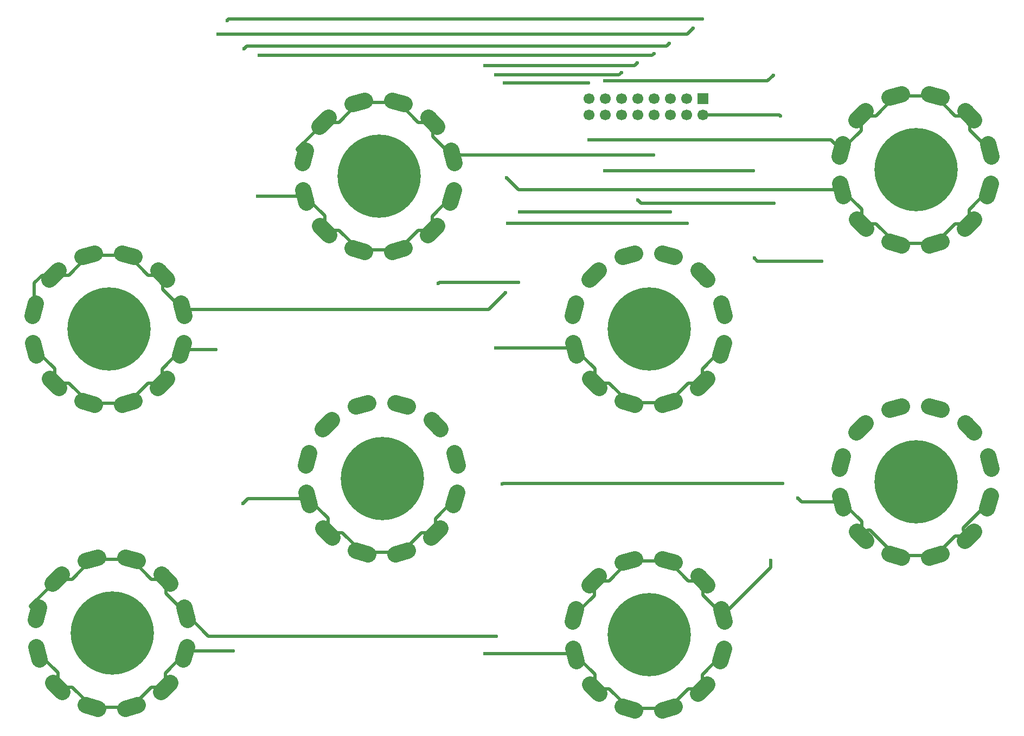
<source format=gbr>
G04 #@! TF.FileFunction,Copper,L1,Top,Signal*
%FSLAX46Y46*%
G04 Gerber Fmt 4.6, Leading zero omitted, Abs format (unit mm)*
G04 Created by KiCad (PCBNEW 4.0.7) date Monday, October 14, 2019 'PMt' 08:24:28 PM*
%MOMM*%
%LPD*%
G01*
G04 APERTURE LIST*
%ADD10C,0.100000*%
%ADD11R,1.700000X1.700000*%
%ADD12C,1.700000*%
%ADD13C,2.540000*%
%ADD14C,13.000000*%
%ADD15C,0.600000*%
%ADD16C,0.508000*%
G04 APERTURE END LIST*
D10*
D11*
X156670000Y-73235000D03*
D12*
X156670000Y-75775000D03*
X154130000Y-73235000D03*
X154130000Y-75775000D03*
X151590000Y-73235000D03*
X151590000Y-75775000D03*
X149050000Y-73235000D03*
X149050000Y-75775000D03*
X146510000Y-73235000D03*
X146510000Y-75775000D03*
X143970000Y-73235000D03*
X143970000Y-75775000D03*
X141430000Y-73235000D03*
X141430000Y-75775000D03*
X138890000Y-73235000D03*
X138890000Y-75775000D03*
D13*
X53199441Y-160852104D02*
X52673521Y-158889342D01*
X76261886Y-154672540D02*
X75735966Y-152709778D01*
D14*
X64516000Y-156718000D03*
D13*
X56725580Y-165918388D02*
X55288740Y-164481548D01*
X73608461Y-149035506D02*
X72171621Y-147598666D01*
X68465718Y-168020725D02*
X66502956Y-168546645D01*
X62286154Y-144958281D02*
X60323392Y-145484201D01*
X62315117Y-168541309D02*
X60352355Y-168015389D01*
X68494680Y-145478864D02*
X66531918Y-144952944D01*
X76153794Y-158897759D02*
X75627874Y-160860521D01*
X53091350Y-152718196D02*
X52565430Y-154680958D01*
X73529333Y-164484628D02*
X72092493Y-165921468D01*
X56646451Y-147601747D02*
X55209611Y-149038587D01*
X52691441Y-113354104D02*
X52165521Y-111391342D01*
X75753886Y-107174540D02*
X75227966Y-105211778D01*
D14*
X64008000Y-109220000D03*
D13*
X56217580Y-118420388D02*
X54780740Y-116983548D01*
X73100461Y-101537506D02*
X71663621Y-100100666D01*
X67957718Y-120522725D02*
X65994956Y-121048645D01*
X61778154Y-97460281D02*
X59815392Y-97986201D01*
X61807117Y-121043309D02*
X59844355Y-120517389D01*
X67986680Y-97980864D02*
X66023918Y-97454944D01*
X75645794Y-111399759D02*
X75119874Y-113362521D01*
X52583350Y-105220196D02*
X52057430Y-107182958D01*
X73021333Y-116986628D02*
X71584493Y-118423468D01*
X56138451Y-100103747D02*
X54701611Y-101540587D01*
X95363441Y-136722104D02*
X94837521Y-134759342D01*
X118425886Y-130542540D02*
X117899966Y-128579778D01*
D14*
X106680000Y-132588000D03*
D13*
X98889580Y-141788388D02*
X97452740Y-140351548D01*
X115772461Y-124905506D02*
X114335621Y-123468666D01*
X110629718Y-143890725D02*
X108666956Y-144416645D01*
X104450154Y-120828281D02*
X102487392Y-121354201D01*
X104479117Y-144411309D02*
X102516355Y-143885389D01*
X110658680Y-121348864D02*
X108695918Y-120822944D01*
X118317794Y-134767759D02*
X117791874Y-136730521D01*
X95255350Y-128588196D02*
X94729430Y-130550958D01*
X115693333Y-140354628D02*
X114256493Y-141791468D01*
X98810451Y-123471747D02*
X97373611Y-124908587D01*
X94855441Y-89478104D02*
X94329521Y-87515342D01*
X117917886Y-83298540D02*
X117391966Y-81335778D01*
D14*
X106172000Y-85344000D03*
D13*
X98381580Y-94544388D02*
X96944740Y-93107548D01*
X115264461Y-77661506D02*
X113827621Y-76224666D01*
X110121718Y-96646725D02*
X108158956Y-97172645D01*
X103942154Y-73584281D02*
X101979392Y-74110201D01*
X103971117Y-97167309D02*
X102008355Y-96641389D01*
X110150680Y-74104864D02*
X108187918Y-73578944D01*
X117809794Y-87523759D02*
X117283874Y-89486521D01*
X94747350Y-81344196D02*
X94221430Y-83306958D01*
X115185333Y-93110628D02*
X113748493Y-94547468D01*
X98302451Y-76227747D02*
X96865611Y-77664587D01*
X137019441Y-161106104D02*
X136493521Y-159143342D01*
X160081886Y-154926540D02*
X159555966Y-152963778D01*
D14*
X148336000Y-156972000D03*
D13*
X140545580Y-166172388D02*
X139108740Y-164735548D01*
X157428461Y-149289506D02*
X155991621Y-147852666D01*
X152285718Y-168274725D02*
X150322956Y-168800645D01*
X146106154Y-145212281D02*
X144143392Y-145738201D01*
X146135117Y-168795309D02*
X144172355Y-168269389D01*
X152314680Y-145732864D02*
X150351918Y-145206944D01*
X159973794Y-159151759D02*
X159447874Y-161114521D01*
X136911350Y-152972196D02*
X136385430Y-154934958D01*
X157349333Y-164738628D02*
X155912493Y-166175468D01*
X140466451Y-147855747D02*
X139029611Y-149292587D01*
X137019441Y-113354104D02*
X136493521Y-111391342D01*
X160081886Y-107174540D02*
X159555966Y-105211778D01*
D14*
X148336000Y-109220000D03*
D13*
X140545580Y-118420388D02*
X139108740Y-116983548D01*
X157428461Y-101537506D02*
X155991621Y-100100666D01*
X152285718Y-120522725D02*
X150322956Y-121048645D01*
X146106154Y-97460281D02*
X144143392Y-97986201D01*
X146135117Y-121043309D02*
X144172355Y-120517389D01*
X152314680Y-97980864D02*
X150351918Y-97454944D01*
X159973794Y-111399759D02*
X159447874Y-113362521D01*
X136911350Y-105220196D02*
X136385430Y-107182958D01*
X157349333Y-116986628D02*
X155912493Y-118423468D01*
X140466451Y-100103747D02*
X139029611Y-101540587D01*
X178675441Y-137230104D02*
X178149521Y-135267342D01*
X201737886Y-131050540D02*
X201211966Y-129087778D01*
D14*
X189992000Y-133096000D03*
D13*
X182201580Y-142296388D02*
X180764740Y-140859548D01*
X199084461Y-125413506D02*
X197647621Y-123976666D01*
X193941718Y-144398725D02*
X191978956Y-144924645D01*
X187762154Y-121336281D02*
X185799392Y-121862201D01*
X187791117Y-144919309D02*
X185828355Y-144393389D01*
X193970680Y-121856864D02*
X192007918Y-121330944D01*
X201629794Y-135275759D02*
X201103874Y-137238521D01*
X178567350Y-129096196D02*
X178041430Y-131058958D01*
X199005333Y-140862628D02*
X197568493Y-142299468D01*
X182122451Y-123979747D02*
X180685611Y-125416587D01*
X178675441Y-88462104D02*
X178149521Y-86499342D01*
X201737886Y-82282540D02*
X201211966Y-80319778D01*
D14*
X189992000Y-84328000D03*
D13*
X182201580Y-93528388D02*
X180764740Y-92091548D01*
X199084461Y-76645506D02*
X197647621Y-75208666D01*
X193941718Y-95630725D02*
X191978956Y-96156645D01*
X187762154Y-72568281D02*
X185799392Y-73094201D01*
X187791117Y-96151309D02*
X185828355Y-95625389D01*
X193970680Y-73088864D02*
X192007918Y-72562944D01*
X201629794Y-86507759D02*
X201103874Y-88470521D01*
X178567350Y-80328196D02*
X178041430Y-82290958D01*
X199005333Y-92094628D02*
X197568493Y-93531468D01*
X182122451Y-75211747D02*
X180685611Y-76648587D01*
D15*
X83375000Y-159550000D03*
X82425000Y-61025000D03*
X156625000Y-60825000D03*
X124425000Y-157200000D03*
X125350000Y-133450000D03*
X169125000Y-133350000D03*
X168800000Y-75925000D03*
X80650000Y-112450000D03*
X80975000Y-63175000D03*
X155200000Y-62250000D03*
X125900000Y-103525000D03*
X126200000Y-92700000D03*
X154225000Y-92700000D03*
X84925000Y-136525000D03*
X85050000Y-65425000D03*
X151450000Y-64600000D03*
X115425000Y-102075000D03*
X127950000Y-101975000D03*
X128075000Y-90975000D03*
X151590000Y-90960000D03*
X87225000Y-88475000D03*
X87450000Y-66500000D03*
X149075000Y-66200000D03*
X149025000Y-82075000D03*
X122650000Y-159950000D03*
X122650000Y-68075000D03*
X146500000Y-67650000D03*
X167325000Y-145350000D03*
X167775000Y-89550000D03*
X146550000Y-89050000D03*
X124325000Y-112150000D03*
X124325000Y-69550000D03*
X143975000Y-69150000D03*
X171500000Y-135625000D03*
X167675000Y-69575000D03*
X141400000Y-70475000D03*
X175225000Y-98625000D03*
X164725000Y-98150000D03*
X164600000Y-84500000D03*
X141425000Y-84500000D03*
X126050000Y-85625000D03*
X125750000Y-70825000D03*
X138850000Y-70825000D03*
X138925000Y-79700000D03*
D16*
X52936481Y-159870723D02*
X56007160Y-162941402D01*
X56007160Y-162941402D02*
X56007160Y-165199968D01*
X61333736Y-168278349D02*
X58255355Y-165199968D01*
X58255355Y-165199968D02*
X56007160Y-165199968D01*
X67484337Y-168283685D02*
X61339072Y-168283685D01*
X61339072Y-168283685D02*
X61333736Y-168278349D01*
X72810913Y-165203048D02*
X70564974Y-165203048D01*
X70564974Y-165203048D02*
X67484337Y-168283685D01*
X75890834Y-159879140D02*
X72810913Y-162959061D01*
X72810913Y-162959061D02*
X72810913Y-165203048D01*
X83375000Y-159550000D02*
X76219974Y-159550000D01*
X76219974Y-159550000D02*
X75890834Y-159879140D01*
X156625000Y-60825000D02*
X82625000Y-60825000D01*
X82625000Y-60825000D02*
X82425000Y-61025000D01*
X55928031Y-148320167D02*
X51720729Y-152527469D01*
X51720729Y-152527469D02*
X51720729Y-152591916D01*
X51720729Y-152591916D02*
X52828390Y-153699577D01*
X61304773Y-145221241D02*
X58205847Y-148320167D01*
X58205847Y-148320167D02*
X55928031Y-148320167D01*
X67513299Y-145215904D02*
X61310110Y-145215904D01*
X61310110Y-145215904D02*
X61304773Y-145221241D01*
X72890041Y-148317086D02*
X70614481Y-148317086D01*
X70614481Y-148317086D02*
X67513299Y-145215904D01*
X75998926Y-153691159D02*
X72890041Y-150582274D01*
X72890041Y-150582274D02*
X72890041Y-148317086D01*
X124425000Y-157200000D02*
X79507767Y-157200000D01*
X79507767Y-157200000D02*
X75998926Y-153691159D01*
X169125000Y-133350000D02*
X125450000Y-133350000D01*
X125450000Y-133350000D02*
X125350000Y-133450000D01*
X156670000Y-75775000D02*
X168650000Y-75775000D01*
X168650000Y-75775000D02*
X168800000Y-75925000D01*
X55499160Y-117701968D02*
X55499160Y-115443402D01*
X55499160Y-115443402D02*
X52428481Y-112372723D01*
X60825736Y-120780349D02*
X57747355Y-117701968D01*
X57747355Y-117701968D02*
X55499160Y-117701968D01*
X66976337Y-120785685D02*
X60831072Y-120785685D01*
X60831072Y-120785685D02*
X60825736Y-120780349D01*
X72302913Y-117705048D02*
X70056974Y-117705048D01*
X70056974Y-117705048D02*
X66976337Y-120785685D01*
X75382834Y-112381140D02*
X72302913Y-115461061D01*
X72302913Y-115461061D02*
X72302913Y-117705048D01*
X80650000Y-112450000D02*
X75451694Y-112450000D01*
X75451694Y-112450000D02*
X75382834Y-112381140D01*
X155200000Y-62250000D02*
X154275000Y-63175000D01*
X154275000Y-63175000D02*
X80975000Y-63175000D01*
X55420031Y-100822167D02*
X53555503Y-100822167D01*
X53555503Y-100822167D02*
X52320390Y-102057280D01*
X52320390Y-102057280D02*
X52320390Y-103881879D01*
X52320390Y-103881879D02*
X52320390Y-106201577D01*
X60796773Y-97723241D02*
X57697847Y-100822167D01*
X57697847Y-100822167D02*
X55420031Y-100822167D01*
X67005299Y-97717904D02*
X60802110Y-97717904D01*
X60802110Y-97717904D02*
X60796773Y-97723241D01*
X72382041Y-100819086D02*
X70106481Y-100819086D01*
X70106481Y-100819086D02*
X67005299Y-97717904D01*
X75490926Y-106193159D02*
X72382041Y-103084274D01*
X72382041Y-103084274D02*
X72382041Y-100819086D01*
X125900000Y-103525000D02*
X123231841Y-106193159D01*
X123231841Y-106193159D02*
X75490926Y-106193159D01*
X154225000Y-92700000D02*
X126200000Y-92700000D01*
X114974913Y-141073048D02*
X114974913Y-138829061D01*
X114974913Y-138829061D02*
X118054834Y-135749140D01*
X109648337Y-144153685D02*
X112728974Y-141073048D01*
X112728974Y-141073048D02*
X114974913Y-141073048D01*
X103497736Y-144148349D02*
X109643001Y-144148349D01*
X109643001Y-144148349D02*
X109648337Y-144153685D01*
X98171160Y-141069968D02*
X100419355Y-141069968D01*
X100419355Y-141069968D02*
X103497736Y-144148349D01*
X95100481Y-135740723D02*
X98171160Y-138811402D01*
X98171160Y-138811402D02*
X98171160Y-141069968D01*
X84925000Y-136525000D02*
X85709277Y-135740723D01*
X85709277Y-135740723D02*
X95100481Y-135740723D01*
X151050000Y-65000000D02*
X85475000Y-65000000D01*
X85475000Y-65000000D02*
X85050000Y-65425000D01*
X151450000Y-64600000D02*
X151050000Y-65000000D01*
X127950000Y-101975000D02*
X115525000Y-101975000D01*
X115525000Y-101975000D02*
X115425000Y-102075000D01*
X151590000Y-90960000D02*
X128090000Y-90960000D01*
X128090000Y-90960000D02*
X128075000Y-90975000D01*
X114466913Y-93829048D02*
X114466913Y-91585061D01*
X114466913Y-91585061D02*
X117546834Y-88505140D01*
X109140337Y-96909685D02*
X112220974Y-93829048D01*
X112220974Y-93829048D02*
X114466913Y-93829048D01*
X102989736Y-96904349D02*
X109135001Y-96904349D01*
X109135001Y-96904349D02*
X109140337Y-96909685D01*
X97663160Y-93825968D02*
X99911355Y-93825968D01*
X99911355Y-93825968D02*
X102989736Y-96904349D01*
X94592481Y-88496723D02*
X97663160Y-91567402D01*
X97663160Y-91567402D02*
X97663160Y-93825968D01*
X87225000Y-88475000D02*
X94570758Y-88475000D01*
X94570758Y-88475000D02*
X94592481Y-88496723D01*
X149075000Y-66200000D02*
X148775000Y-66500000D01*
X148775000Y-66500000D02*
X87450000Y-66500000D01*
X97584031Y-76946167D02*
X93376729Y-81153469D01*
X93376729Y-81153469D02*
X93376729Y-81217916D01*
X93376729Y-81217916D02*
X94484390Y-82325577D01*
X102960773Y-73847241D02*
X99861847Y-76946167D01*
X99861847Y-76946167D02*
X97584031Y-76946167D01*
X109169299Y-73841904D02*
X102966110Y-73841904D01*
X102966110Y-73841904D02*
X102960773Y-73847241D01*
X114546041Y-76943086D02*
X112270481Y-76943086D01*
X112270481Y-76943086D02*
X109169299Y-73841904D01*
X117654926Y-82317159D02*
X114546041Y-79208274D01*
X114546041Y-79208274D02*
X114546041Y-76943086D01*
X149025000Y-82075000D02*
X117897085Y-82075000D01*
X117897085Y-82075000D02*
X117654926Y-82317159D01*
X156630913Y-165457048D02*
X156630913Y-163213061D01*
X156630913Y-163213061D02*
X159710834Y-160133140D01*
X151304337Y-168537685D02*
X154384974Y-165457048D01*
X154384974Y-165457048D02*
X156630913Y-165457048D01*
X145153736Y-168532349D02*
X151299001Y-168532349D01*
X151299001Y-168532349D02*
X151304337Y-168537685D01*
X139827160Y-165453968D02*
X142075355Y-165453968D01*
X142075355Y-165453968D02*
X145153736Y-168532349D01*
X136756481Y-160124723D02*
X139827160Y-163195402D01*
X139827160Y-163195402D02*
X139827160Y-165453968D01*
X122650000Y-159950000D02*
X136581758Y-159950000D01*
X136581758Y-159950000D02*
X136756481Y-160124723D01*
X146500000Y-67650000D02*
X146075000Y-68075000D01*
X146075000Y-68075000D02*
X122650000Y-68075000D01*
X139748031Y-148574167D02*
X139748031Y-150853936D01*
X139748031Y-150853936D02*
X136648390Y-153953577D01*
X145124773Y-145475241D02*
X142025847Y-148574167D01*
X142025847Y-148574167D02*
X139748031Y-148574167D01*
X151333299Y-145469904D02*
X145130110Y-145469904D01*
X145130110Y-145469904D02*
X145124773Y-145475241D01*
X156710041Y-148571086D02*
X154434481Y-148571086D01*
X154434481Y-148571086D02*
X151333299Y-145469904D01*
X159818926Y-153945159D02*
X156710041Y-150836274D01*
X156710041Y-150836274D02*
X156710041Y-148571086D01*
X167325000Y-145350000D02*
X167325000Y-146439085D01*
X167325000Y-146439085D02*
X159818926Y-153945159D01*
X146550000Y-89050000D02*
X147050000Y-89550000D01*
X147050000Y-89550000D02*
X167775000Y-89550000D01*
X156630913Y-117705048D02*
X156630913Y-115461061D01*
X156630913Y-115461061D02*
X159710834Y-112381140D01*
X151304337Y-120785685D02*
X154384974Y-117705048D01*
X154384974Y-117705048D02*
X156630913Y-117705048D01*
X145153736Y-120780349D02*
X151299001Y-120780349D01*
X151299001Y-120780349D02*
X151304337Y-120785685D01*
X139827160Y-117701968D02*
X142075355Y-117701968D01*
X142075355Y-117701968D02*
X145153736Y-120780349D01*
X136756481Y-112372723D02*
X139827160Y-115443402D01*
X139827160Y-115443402D02*
X139827160Y-117701968D01*
X124325000Y-112150000D02*
X136533758Y-112150000D01*
X136533758Y-112150000D02*
X136756481Y-112372723D01*
X143975000Y-69150000D02*
X143575000Y-69550000D01*
X143575000Y-69550000D02*
X124325000Y-69550000D01*
X198286913Y-141581048D02*
X197318178Y-140612313D01*
X197318178Y-140612313D02*
X197318178Y-140305796D01*
X197318178Y-140305796D02*
X199854365Y-137769609D01*
X199854365Y-137769609D02*
X201366834Y-136257140D01*
X192960337Y-144661685D02*
X196040974Y-141581048D01*
X196040974Y-141581048D02*
X198286913Y-141581048D01*
X186809736Y-144656349D02*
X192955001Y-144656349D01*
X192955001Y-144656349D02*
X192960337Y-144661685D01*
X181483160Y-141577968D02*
X182451895Y-140609233D01*
X182451895Y-140609233D02*
X182762620Y-140609233D01*
X182762620Y-140609233D02*
X185297267Y-143143880D01*
X185297267Y-143143880D02*
X186809736Y-144656349D01*
X178412481Y-136248723D02*
X181483160Y-139319402D01*
X181483160Y-139319402D02*
X181483160Y-141577968D01*
X171500000Y-135625000D02*
X172123723Y-136248723D01*
X172123723Y-136248723D02*
X178412481Y-136248723D01*
X141400000Y-70475000D02*
X166775000Y-70475000D01*
X166775000Y-70475000D02*
X167675000Y-69575000D01*
X164725000Y-98150000D02*
X165200000Y-98625000D01*
X165200000Y-98625000D02*
X175225000Y-98625000D01*
X141425000Y-84500000D02*
X164600000Y-84500000D01*
X198286913Y-92813048D02*
X198286913Y-90569061D01*
X198286913Y-90569061D02*
X201366834Y-87489140D01*
X192960337Y-95893685D02*
X196040974Y-92813048D01*
X196040974Y-92813048D02*
X198286913Y-92813048D01*
X186809736Y-95888349D02*
X192955001Y-95888349D01*
X192955001Y-95888349D02*
X192960337Y-95893685D01*
X181483160Y-92809968D02*
X183731355Y-92809968D01*
X183731355Y-92809968D02*
X186809736Y-95888349D01*
X178412481Y-87480723D02*
X181483160Y-90551402D01*
X181483160Y-90551402D02*
X181483160Y-92809968D01*
X126050000Y-85625000D02*
X127905723Y-87480723D01*
X127905723Y-87480723D02*
X178412481Y-87480723D01*
X138850000Y-70825000D02*
X125750000Y-70825000D01*
X198366041Y-75927086D02*
X198366041Y-78192274D01*
X198366041Y-78192274D02*
X201474926Y-81301159D01*
X192989299Y-72825904D02*
X196090481Y-75927086D01*
X196090481Y-75927086D02*
X198366041Y-75927086D01*
X186780773Y-72831241D02*
X192983962Y-72831241D01*
X192983962Y-72831241D02*
X192989299Y-72825904D01*
X181404031Y-75930167D02*
X183681847Y-75930167D01*
X183681847Y-75930167D02*
X186780773Y-72831241D01*
X178304390Y-81309577D02*
X181404031Y-78209936D01*
X181404031Y-78209936D02*
X181404031Y-75930167D01*
X138925000Y-79700000D02*
X176694813Y-79700000D01*
X176694813Y-79700000D02*
X178304390Y-81309577D01*
M02*

</source>
